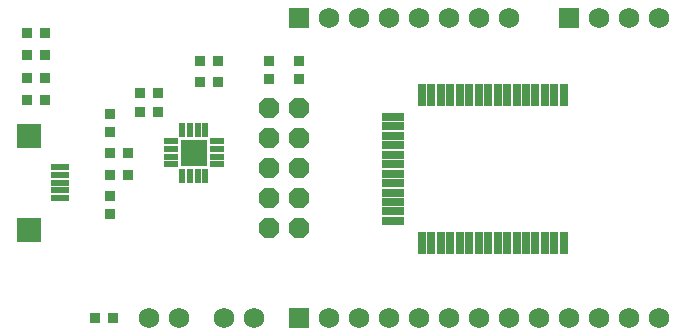
<source format=gts>
G75*
G70*
%OFA0B0*%
%FSLAX24Y24*%
%IPPOS*%
%LPD*%
%AMOC8*
5,1,8,0,0,1.08239X$1,22.5*
%
%ADD10R,0.0277X0.0749*%
%ADD11R,0.0749X0.0277*%
%ADD12R,0.0380X0.0380*%
%ADD13R,0.0907X0.0907*%
%ADD14R,0.0513X0.0218*%
%ADD15R,0.0218X0.0513*%
%ADD16R,0.0680X0.0680*%
%ADD17C,0.0680*%
%ADD18OC8,0.0680*%
%ADD19R,0.0631X0.0218*%
%ADD20R,0.0828X0.0789*%
D10*
X014790Y004180D03*
X015105Y004180D03*
X015420Y004180D03*
X015735Y004180D03*
X016050Y004180D03*
X016365Y004180D03*
X016680Y004180D03*
X016995Y004180D03*
X017310Y004180D03*
X017625Y004180D03*
X017940Y004180D03*
X018255Y004180D03*
X018570Y004180D03*
X018885Y004180D03*
X019200Y004180D03*
X019515Y004180D03*
X019515Y009101D03*
X019200Y009101D03*
X018885Y009101D03*
X018570Y009101D03*
X018255Y009101D03*
X017940Y009101D03*
X017625Y009101D03*
X017310Y009101D03*
X016995Y009101D03*
X016680Y009101D03*
X016365Y009101D03*
X016050Y009101D03*
X015735Y009101D03*
X015420Y009101D03*
X015105Y009101D03*
X014790Y009101D03*
D11*
X013806Y008373D03*
X013806Y008058D03*
X013806Y007743D03*
X013806Y007428D03*
X013806Y007113D03*
X013806Y006798D03*
X013806Y006483D03*
X013806Y006168D03*
X013806Y005853D03*
X013806Y005538D03*
X013806Y005223D03*
X013806Y004908D03*
D12*
X003880Y001680D03*
X004480Y001680D03*
X004380Y005130D03*
X004380Y005730D03*
X004380Y006430D03*
X004980Y006430D03*
X004980Y007180D03*
X004380Y007180D03*
X004380Y007880D03*
X004380Y008480D03*
X005380Y008555D03*
X005980Y008555D03*
X005980Y009180D03*
X005380Y009180D03*
X007380Y009555D03*
X007980Y009555D03*
X007980Y010243D03*
X007380Y010243D03*
X009680Y010230D03*
X009680Y009630D03*
X010680Y009630D03*
X010680Y010230D03*
X002230Y010430D03*
X001630Y010430D03*
X001630Y011180D03*
X002230Y011180D03*
X002230Y009680D03*
X001630Y009680D03*
X001630Y008930D03*
X002230Y008930D03*
D13*
X007180Y007180D03*
D14*
X006412Y007052D03*
X006412Y006796D03*
X006412Y007308D03*
X006412Y007564D03*
X007948Y007564D03*
X007948Y007308D03*
X007948Y007052D03*
X007948Y006796D03*
D15*
X007564Y006412D03*
X007308Y006412D03*
X007052Y006412D03*
X006796Y006412D03*
X006796Y007948D03*
X007052Y007948D03*
X007308Y007948D03*
X007564Y007948D03*
D16*
X010680Y011680D03*
X019680Y011680D03*
X010680Y001680D03*
D17*
X011680Y001680D03*
X012680Y001680D03*
X013680Y001680D03*
X014680Y001680D03*
X015680Y001680D03*
X016680Y001680D03*
X017680Y001680D03*
X018680Y001680D03*
X019680Y001680D03*
X020680Y001680D03*
X021680Y001680D03*
X022680Y001680D03*
X009180Y001680D03*
X008180Y001680D03*
X006680Y001680D03*
X005680Y001680D03*
X011680Y011680D03*
X012680Y011680D03*
X013680Y011680D03*
X014680Y011680D03*
X015680Y011680D03*
X016680Y011680D03*
X017680Y011680D03*
X020680Y011680D03*
X021680Y011680D03*
X022680Y011680D03*
D18*
X010680Y008680D03*
X009680Y008680D03*
X009680Y007680D03*
X010680Y007680D03*
X010680Y006680D03*
X009680Y006680D03*
X009680Y005680D03*
X010680Y005680D03*
X010680Y004680D03*
X009680Y004680D03*
D19*
X002723Y005668D03*
X002723Y005924D03*
X002723Y006180D03*
X002723Y006436D03*
X002723Y006692D03*
D20*
X001680Y007755D03*
X001680Y004605D03*
M02*

</source>
